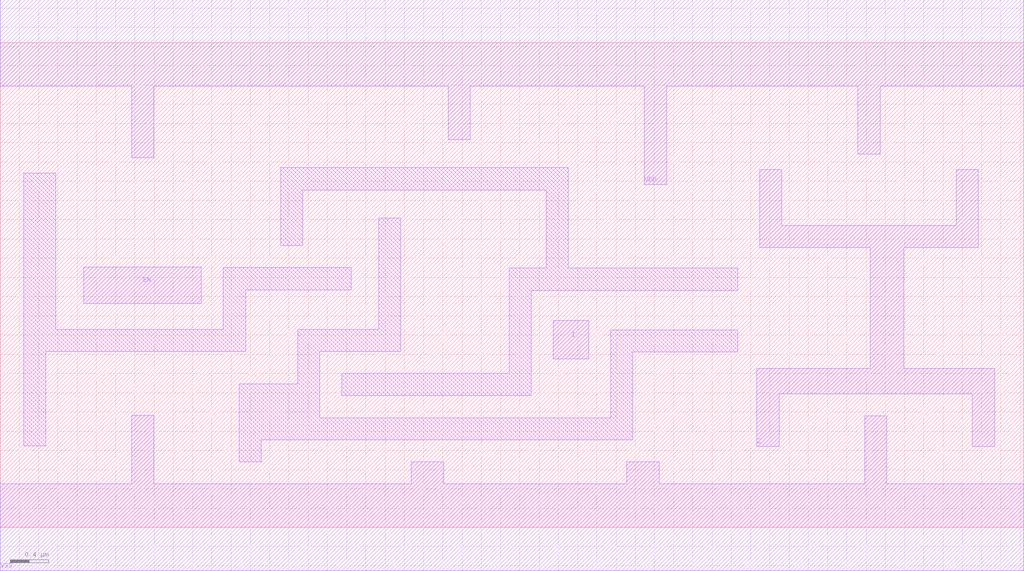
<source format=lef>
# Copyright 2022 GlobalFoundries PDK Authors
#
# Licensed under the Apache License, Version 2.0 (the "License");
# you may not use this file except in compliance with the License.
# You may obtain a copy of the License at
#
#      http://www.apache.org/licenses/LICENSE-2.0
#
# Unless required by applicable law or agreed to in writing, software
# distributed under the License is distributed on an "AS IS" BASIS,
# WITHOUT WARRANTIES OR CONDITIONS OF ANY KIND, either express or implied.
# See the License for the specific language governing permissions and
# limitations under the License.

MACRO gf180mcu_fd_sc_mcu9t5v0__bufz_3
  CLASS core ;
  FOREIGN gf180mcu_fd_sc_mcu9t5v0__bufz_3 0.0 0.0 ;
  ORIGIN 0 0 ;
  SYMMETRY X Y ;
  SITE GF018hv5v_green_sc9 ;
  SIZE 10.64 BY 5.04 ;
  PIN EN
    DIRECTION INPUT ;
    ANTENNAGATEAREA 3.384 ;
    PORT
      LAYER METAL1 ;
        POLYGON 0.87 2.33 2.09 2.33 2.09 2.71 0.87 2.71  ;
    END
  END EN
  PIN I
    DIRECTION INPUT ;
    ANTENNAGATEAREA 2.547 ;
    PORT
      LAYER METAL1 ;
        POLYGON 5.75 1.75 6.115 1.75 6.115 2.15 5.75 2.15  ;
    END
  END I
  PIN Z
    DIRECTION OUTPUT ;
    ANTENNADIFFAREA 2.9952 ;
    PORT
      LAYER METAL1 ;
        POLYGON 7.895 2.91 9.045 2.91 9.045 1.65 7.865 1.65 7.865 0.84 8.095 0.84 8.095 1.39 10.105 1.39 10.105 0.84 10.335 0.84 10.335 1.65 9.39 1.65 9.39 2.91 10.165 2.91 10.165 3.72 9.935 3.72 9.935 3.14 8.125 3.14 8.125 3.72 7.895 3.72  ;
    END
  END Z
  PIN VDD
    DIRECTION INOUT ;
    USE power ;
    SHAPE ABUTMENT ;
    PORT
      LAYER METAL1 ;
        POLYGON 0 4.59 1.365 4.59 1.365 3.845 1.595 3.845 1.595 4.59 4.655 4.59 4.655 4.035 4.885 4.035 4.885 4.59 6.695 4.59 6.695 3.565 6.925 3.565 6.925 4.59 7.665 4.59 8.915 4.59 8.915 3.88 9.145 3.88 9.145 4.59 10.64 4.59 10.64 5.49 7.665 5.49 0 5.49  ;
    END
  END VDD
  PIN VSS
    DIRECTION INOUT ;
    USE ground ;
    SHAPE ABUTMENT ;
    PORT
      LAYER METAL1 ;
        POLYGON 0 -0.45 10.64 -0.45 10.64 0.45 9.215 0.45 9.215 1.16 8.985 1.16 8.985 0.45 6.85 0.45 6.85 0.68 6.51 0.68 6.51 0.45 4.61 0.45 4.61 0.68 4.27 0.68 4.27 0.45 1.595 0.45 1.595 1.165 1.365 1.165 1.365 0.45 0 0.45  ;
    END
  END VSS
  OBS
      LAYER METAL1 ;
        POLYGON 0.245 0.845 0.475 0.845 0.475 1.83 2.55 1.83 2.55 2.47 3.65 2.47 3.65 2.7 2.32 2.7 2.32 2.06 0.575 2.06 0.575 3.685 0.245 3.685  ;
        POLYGON 2.485 0.68 2.715 0.68 2.715 0.91 6.575 0.91 6.575 1.825 7.665 1.825 7.665 2.055 6.345 2.055 6.345 1.14 3.32 1.14 3.32 1.83 4.165 1.83 4.165 3.215 3.935 3.215 3.935 2.06 3.09 2.06 3.09 1.49 2.485 1.49  ;
        POLYGON 2.915 2.93 3.145 2.93 3.145 3.51 5.675 3.51 5.675 2.695 5.29 2.695 5.29 1.6 3.55 1.6 3.55 1.37 5.52 1.37 5.52 2.465 7.665 2.465 7.665 2.695 5.905 2.695 5.905 3.74 2.915 3.74  ;
  END
END gf180mcu_fd_sc_mcu9t5v0__bufz_3

</source>
